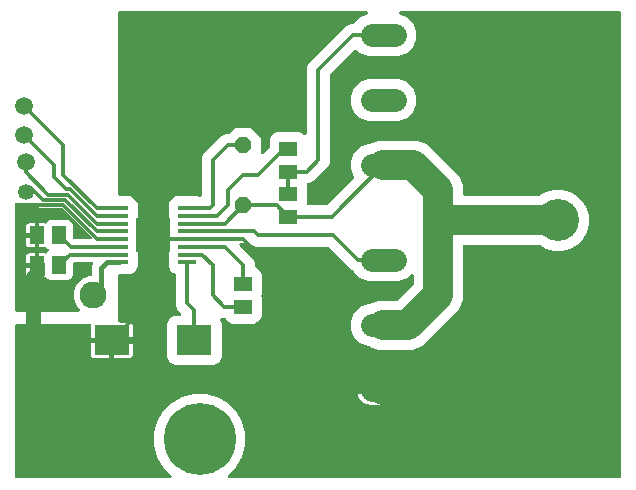
<source format=gbr>
G04 EAGLE Gerber RS-274X export*
G75*
%MOMM*%
%FSLAX34Y34*%
%LPD*%
%INTop Copper*%
%IPPOS*%
%AMOC8*
5,1,8,0,0,1.08239X$1,22.5*%
G01*
%ADD10R,3.000000X2.500000*%
%ADD11R,1.500000X1.300000*%
%ADD12P,1.429621X8X292.500000*%
%ADD13R,1.300000X1.500000*%
%ADD14R,1.488400X0.406800*%
%ADD15R,3.000000X3.000000*%
%ADD16C,1.950000*%
%ADD17C,0.304800*%
%ADD18C,1.270000*%
%ADD19C,0.609600*%
%ADD20C,2.540000*%
%ADD21C,6.096000*%
%ADD22C,0.406400*%
%ADD23C,2.286000*%
%ADD24C,3.556000*%
%ADD25C,1.350000*%
%ADD26C,1.500000*%

G36*
X141211Y10172D02*
X141211Y10172D01*
X141311Y10174D01*
X141383Y10192D01*
X141457Y10201D01*
X141552Y10234D01*
X141649Y10259D01*
X141715Y10293D01*
X141785Y10318D01*
X141870Y10373D01*
X141959Y10419D01*
X142016Y10467D01*
X142078Y10507D01*
X142148Y10579D01*
X142224Y10644D01*
X142268Y10704D01*
X142320Y10758D01*
X142372Y10844D01*
X142431Y10925D01*
X142461Y10993D01*
X142499Y11057D01*
X142530Y11153D01*
X142569Y11245D01*
X142583Y11318D01*
X142605Y11389D01*
X142613Y11489D01*
X142631Y11588D01*
X142627Y11662D01*
X142633Y11736D01*
X142618Y11836D01*
X142613Y11936D01*
X142593Y12007D01*
X142582Y12081D01*
X142544Y12174D01*
X142517Y12271D01*
X142480Y12336D01*
X142453Y12405D01*
X142396Y12487D01*
X142346Y12575D01*
X142281Y12651D01*
X142254Y12691D01*
X142227Y12715D01*
X142188Y12761D01*
X135475Y19474D01*
X130392Y28278D01*
X127761Y38097D01*
X127761Y48263D01*
X130392Y58082D01*
X135475Y66886D01*
X142664Y74075D01*
X151468Y79158D01*
X161287Y81789D01*
X171453Y81789D01*
X181272Y79158D01*
X190076Y74075D01*
X197265Y66886D01*
X202348Y58082D01*
X204979Y48263D01*
X204979Y38097D01*
X202348Y28278D01*
X197265Y19474D01*
X190552Y12761D01*
X190490Y12683D01*
X190420Y12610D01*
X190382Y12546D01*
X190335Y12488D01*
X190293Y12397D01*
X190241Y12311D01*
X190218Y12240D01*
X190187Y12173D01*
X190165Y12075D01*
X190135Y11979D01*
X190129Y11905D01*
X190113Y11832D01*
X190115Y11732D01*
X190107Y11632D01*
X190118Y11558D01*
X190119Y11484D01*
X190144Y11387D01*
X190158Y11287D01*
X190186Y11218D01*
X190204Y11146D01*
X190250Y11056D01*
X190287Y10963D01*
X190330Y10902D01*
X190364Y10836D01*
X190429Y10759D01*
X190486Y10677D01*
X190541Y10627D01*
X190590Y10571D01*
X190670Y10511D01*
X190745Y10444D01*
X190810Y10408D01*
X190870Y10363D01*
X190962Y10324D01*
X191050Y10275D01*
X191122Y10255D01*
X191190Y10225D01*
X191289Y10208D01*
X191385Y10180D01*
X191485Y10172D01*
X191533Y10164D01*
X191569Y10166D01*
X191629Y10161D01*
X521516Y10161D01*
X521542Y10164D01*
X521568Y10162D01*
X521715Y10184D01*
X521862Y10201D01*
X521887Y10209D01*
X521913Y10213D01*
X522051Y10268D01*
X522190Y10318D01*
X522212Y10332D01*
X522237Y10342D01*
X522358Y10427D01*
X522483Y10507D01*
X522501Y10526D01*
X522523Y10541D01*
X522622Y10651D01*
X522725Y10758D01*
X522739Y10780D01*
X522756Y10800D01*
X522828Y10930D01*
X522904Y11057D01*
X522912Y11082D01*
X522925Y11105D01*
X522965Y11248D01*
X523010Y11389D01*
X523012Y11415D01*
X523020Y11440D01*
X523039Y11684D01*
X523039Y404116D01*
X523036Y404142D01*
X523038Y404168D01*
X523016Y404315D01*
X522999Y404462D01*
X522991Y404487D01*
X522987Y404513D01*
X522932Y404650D01*
X522882Y404790D01*
X522868Y404812D01*
X522858Y404837D01*
X522773Y404958D01*
X522693Y405083D01*
X522674Y405101D01*
X522659Y405123D01*
X522549Y405222D01*
X522442Y405325D01*
X522420Y405339D01*
X522400Y405356D01*
X522270Y405428D01*
X522143Y405504D01*
X522118Y405512D01*
X522095Y405525D01*
X521952Y405565D01*
X521811Y405610D01*
X521785Y405612D01*
X521760Y405620D01*
X521516Y405639D01*
X336682Y405639D01*
X336632Y405634D01*
X336582Y405636D01*
X336460Y405614D01*
X336336Y405599D01*
X336289Y405582D01*
X336239Y405573D01*
X336125Y405524D01*
X336008Y405482D01*
X335966Y405455D01*
X335920Y405435D01*
X335820Y405360D01*
X335715Y405293D01*
X335680Y405257D01*
X335640Y405227D01*
X335560Y405132D01*
X335473Y405042D01*
X335447Y404999D01*
X335415Y404961D01*
X335358Y404850D01*
X335294Y404743D01*
X335279Y404695D01*
X335256Y404650D01*
X335226Y404530D01*
X335188Y404411D01*
X335184Y404361D01*
X335172Y404312D01*
X335170Y404188D01*
X335160Y404064D01*
X335168Y404014D01*
X335167Y403964D01*
X335193Y403842D01*
X335212Y403719D01*
X335230Y403672D01*
X335241Y403623D01*
X335295Y403511D01*
X335341Y403395D01*
X335369Y403354D01*
X335391Y403308D01*
X335468Y403211D01*
X335539Y403109D01*
X335577Y403075D01*
X335608Y403036D01*
X335706Y402959D01*
X335798Y402876D01*
X335842Y402851D01*
X335882Y402820D01*
X336100Y402709D01*
X341778Y400357D01*
X346807Y395328D01*
X349529Y388756D01*
X349529Y381644D01*
X346807Y375072D01*
X341778Y370043D01*
X335206Y367321D01*
X308594Y367321D01*
X302022Y370043D01*
X299485Y372580D01*
X299465Y372596D01*
X299448Y372616D01*
X299328Y372705D01*
X299212Y372797D01*
X299189Y372808D01*
X299168Y372824D01*
X299031Y372882D01*
X298897Y372946D01*
X298872Y372951D01*
X298848Y372962D01*
X298701Y372988D01*
X298557Y373019D01*
X298531Y373019D01*
X298505Y373023D01*
X298356Y373016D01*
X298208Y373013D01*
X298183Y373007D01*
X298157Y373005D01*
X298014Y372964D01*
X297870Y372928D01*
X297847Y372916D01*
X297822Y372909D01*
X297692Y372837D01*
X297560Y372769D01*
X297540Y372752D01*
X297517Y372739D01*
X297331Y372580D01*
X276799Y352048D01*
X276720Y351949D01*
X276636Y351855D01*
X276612Y351813D01*
X276582Y351775D01*
X276528Y351661D01*
X276467Y351550D01*
X276454Y351503D01*
X276433Y351460D01*
X276407Y351336D01*
X276372Y351215D01*
X276367Y351154D01*
X276360Y351119D01*
X276361Y351071D01*
X276353Y350971D01*
X276353Y277480D01*
X274883Y273932D01*
X262668Y261717D01*
X259120Y260247D01*
X258452Y260247D01*
X258426Y260244D01*
X258400Y260246D01*
X258253Y260224D01*
X258106Y260207D01*
X258081Y260199D01*
X258055Y260195D01*
X257917Y260140D01*
X257778Y260090D01*
X257756Y260076D01*
X257731Y260066D01*
X257610Y259981D01*
X257485Y259901D01*
X257467Y259882D01*
X257445Y259867D01*
X257346Y259757D01*
X257243Y259650D01*
X257229Y259628D01*
X257212Y259608D01*
X257140Y259478D01*
X257064Y259351D01*
X257056Y259326D01*
X257043Y259303D01*
X257003Y259160D01*
X256958Y259019D01*
X256956Y258993D01*
X256948Y258968D01*
X256929Y258724D01*
X256929Y242976D01*
X256932Y242950D01*
X256930Y242924D01*
X256952Y242777D01*
X256969Y242630D01*
X256977Y242605D01*
X256981Y242579D01*
X257036Y242441D01*
X257086Y242302D01*
X257100Y242280D01*
X257110Y242255D01*
X257195Y242134D01*
X257275Y242009D01*
X257294Y241991D01*
X257309Y241969D01*
X257419Y241870D01*
X257526Y241767D01*
X257548Y241753D01*
X257568Y241736D01*
X257698Y241664D01*
X257825Y241588D01*
X257850Y241580D01*
X257873Y241567D01*
X258016Y241527D01*
X258157Y241482D01*
X258183Y241480D01*
X258208Y241472D01*
X258452Y241453D01*
X273871Y241453D01*
X273996Y241467D01*
X274123Y241474D01*
X274169Y241487D01*
X274217Y241493D01*
X274336Y241535D01*
X274457Y241570D01*
X274500Y241594D01*
X274545Y241610D01*
X274651Y241679D01*
X274762Y241740D01*
X274808Y241780D01*
X274838Y241799D01*
X274871Y241834D01*
X274948Y241899D01*
X296604Y263555D01*
X296651Y263615D01*
X296706Y263668D01*
X296759Y263751D01*
X296821Y263828D01*
X296853Y263897D01*
X296894Y263961D01*
X296927Y264054D01*
X296969Y264143D01*
X296986Y264218D01*
X297011Y264290D01*
X297022Y264388D01*
X297043Y264484D01*
X297042Y264560D01*
X297050Y264636D01*
X297039Y264734D01*
X297037Y264832D01*
X297018Y264906D01*
X297009Y264982D01*
X296963Y265125D01*
X296952Y265170D01*
X296943Y265187D01*
X296934Y265215D01*
X294271Y271644D01*
X294271Y278756D01*
X296993Y285328D01*
X302022Y290357D01*
X308594Y293079D01*
X310332Y293079D01*
X310334Y293079D01*
X310336Y293079D01*
X310513Y293100D01*
X310678Y293119D01*
X310680Y293119D01*
X310682Y293120D01*
X310915Y293195D01*
X317757Y296029D01*
X351243Y296029D01*
X358899Y292858D01*
X385958Y265799D01*
X389129Y258143D01*
X389129Y250952D01*
X389132Y250926D01*
X389130Y250900D01*
X389152Y250753D01*
X389169Y250606D01*
X389177Y250581D01*
X389181Y250555D01*
X389236Y250417D01*
X389286Y250278D01*
X389300Y250256D01*
X389310Y250231D01*
X389395Y250110D01*
X389475Y249985D01*
X389494Y249967D01*
X389509Y249945D01*
X389619Y249846D01*
X389726Y249743D01*
X389748Y249729D01*
X389768Y249712D01*
X389898Y249640D01*
X390025Y249564D01*
X390050Y249556D01*
X390073Y249543D01*
X390216Y249503D01*
X390357Y249458D01*
X390383Y249456D01*
X390408Y249448D01*
X390652Y249429D01*
X453751Y249429D01*
X453852Y249440D01*
X453954Y249442D01*
X454025Y249460D01*
X454097Y249469D01*
X454193Y249503D01*
X454292Y249528D01*
X454380Y249570D01*
X454425Y249586D01*
X454456Y249606D01*
X454512Y249633D01*
X459900Y252743D01*
X466489Y254509D01*
X473311Y254509D01*
X479900Y252743D01*
X485808Y249332D01*
X490632Y244508D01*
X494043Y238600D01*
X495809Y232011D01*
X495809Y225189D01*
X494043Y218600D01*
X490632Y212692D01*
X485808Y207868D01*
X479900Y204457D01*
X473311Y202691D01*
X466489Y202691D01*
X459900Y204457D01*
X454512Y207567D01*
X454419Y207608D01*
X454330Y207657D01*
X454260Y207677D01*
X454193Y207706D01*
X454093Y207724D01*
X453995Y207752D01*
X453897Y207760D01*
X453850Y207768D01*
X453813Y207766D01*
X453751Y207771D01*
X390652Y207771D01*
X390626Y207768D01*
X390600Y207770D01*
X390453Y207748D01*
X390306Y207731D01*
X390281Y207723D01*
X390255Y207719D01*
X390117Y207664D01*
X389978Y207614D01*
X389956Y207600D01*
X389931Y207590D01*
X389810Y207505D01*
X389685Y207425D01*
X389667Y207406D01*
X389645Y207391D01*
X389546Y207281D01*
X389443Y207174D01*
X389429Y207152D01*
X389412Y207132D01*
X389340Y207002D01*
X389264Y206875D01*
X389256Y206850D01*
X389243Y206827D01*
X389203Y206684D01*
X389158Y206543D01*
X389156Y206517D01*
X389148Y206492D01*
X389129Y206248D01*
X389129Y160957D01*
X385958Y153301D01*
X354699Y122042D01*
X347043Y118871D01*
X317757Y118871D01*
X310915Y121705D01*
X310913Y121706D01*
X310911Y121707D01*
X310748Y121753D01*
X310580Y121801D01*
X310578Y121801D01*
X310576Y121802D01*
X310332Y121821D01*
X308594Y121821D01*
X302022Y124543D01*
X296993Y129572D01*
X294271Y136144D01*
X294271Y143256D01*
X296993Y149828D01*
X302022Y154857D01*
X308594Y157579D01*
X310332Y157579D01*
X310334Y157579D01*
X310336Y157579D01*
X310513Y157600D01*
X310678Y157619D01*
X310680Y157619D01*
X310682Y157620D01*
X310915Y157695D01*
X317757Y160529D01*
X333641Y160529D01*
X333767Y160543D01*
X333893Y160550D01*
X333940Y160563D01*
X333988Y160569D01*
X334107Y160611D01*
X334228Y160646D01*
X334270Y160670D01*
X334316Y160686D01*
X334422Y160755D01*
X334532Y160816D01*
X334579Y160856D01*
X334609Y160875D01*
X334642Y160910D01*
X334719Y160975D01*
X347025Y173281D01*
X347104Y173380D01*
X347188Y173474D01*
X347212Y173517D01*
X347242Y173554D01*
X347296Y173669D01*
X347357Y173779D01*
X347370Y173826D01*
X347391Y173870D01*
X347417Y173993D01*
X347452Y174115D01*
X347457Y174175D01*
X347464Y174210D01*
X347463Y174258D01*
X347471Y174359D01*
X347471Y181559D01*
X347460Y181659D01*
X347458Y181760D01*
X347440Y181832D01*
X347431Y181906D01*
X347398Y182000D01*
X347373Y182098D01*
X347339Y182164D01*
X347314Y182234D01*
X347259Y182318D01*
X347213Y182407D01*
X347165Y182464D01*
X347125Y182527D01*
X347053Y182596D01*
X346988Y182673D01*
X346928Y182717D01*
X346874Y182769D01*
X346788Y182820D01*
X346707Y182880D01*
X346639Y182909D01*
X346575Y182948D01*
X346479Y182978D01*
X346387Y183018D01*
X346314Y183031D01*
X346243Y183054D01*
X346143Y183062D01*
X346044Y183080D01*
X345970Y183076D01*
X345896Y183082D01*
X345796Y183067D01*
X345696Y183062D01*
X345625Y183041D01*
X345551Y183030D01*
X345458Y182993D01*
X345361Y182965D01*
X345296Y182929D01*
X345227Y182901D01*
X345145Y182844D01*
X345057Y182795D01*
X344981Y182730D01*
X344941Y182702D01*
X344917Y182676D01*
X344871Y182637D01*
X341778Y179543D01*
X335206Y176821D01*
X308594Y176821D01*
X302022Y179543D01*
X296993Y184572D01*
X296648Y185406D01*
X296586Y185517D01*
X296532Y185631D01*
X296502Y185668D01*
X296479Y185711D01*
X296394Y185804D01*
X296315Y185903D01*
X296277Y185933D01*
X296244Y185969D01*
X296140Y186041D01*
X296041Y186119D01*
X295987Y186147D01*
X295958Y186167D01*
X295913Y186185D01*
X295823Y186230D01*
X295132Y186517D01*
X275848Y205801D01*
X275749Y205880D01*
X275655Y205964D01*
X275613Y205988D01*
X275575Y206018D01*
X275461Y206072D01*
X275350Y206133D01*
X275303Y206146D01*
X275260Y206167D01*
X275136Y206193D01*
X275015Y206228D01*
X274954Y206233D01*
X274919Y206240D01*
X274871Y206239D01*
X274771Y206247D01*
X213980Y206247D01*
X210432Y207717D01*
X209098Y209051D01*
X208999Y209130D01*
X208905Y209214D01*
X208863Y209238D01*
X208825Y209268D01*
X208711Y209322D01*
X208600Y209383D01*
X208553Y209396D01*
X208510Y209417D01*
X208386Y209443D01*
X208265Y209478D01*
X208204Y209483D01*
X208169Y209490D01*
X208121Y209489D01*
X208021Y209497D01*
X201531Y209497D01*
X201431Y209486D01*
X201331Y209484D01*
X201259Y209466D01*
X201185Y209457D01*
X201091Y209424D01*
X200993Y209399D01*
X200927Y209365D01*
X200857Y209340D01*
X200773Y209285D01*
X200683Y209239D01*
X200627Y209191D01*
X200564Y209151D01*
X200494Y209079D01*
X200418Y209014D01*
X200374Y208954D01*
X200322Y208900D01*
X200270Y208814D01*
X200211Y208733D01*
X200181Y208665D01*
X200143Y208601D01*
X200112Y208505D01*
X200073Y208413D01*
X200060Y208340D01*
X200037Y208269D01*
X200029Y208169D01*
X200011Y208070D01*
X200015Y207996D01*
X200009Y207922D01*
X200024Y207822D01*
X200029Y207722D01*
X200050Y207651D01*
X200061Y207577D01*
X200098Y207484D01*
X200125Y207387D01*
X200162Y207322D01*
X200189Y207253D01*
X200247Y207171D01*
X200296Y207083D01*
X200361Y207007D01*
X200388Y206967D01*
X200415Y206943D01*
X200454Y206897D01*
X211383Y195968D01*
X212853Y192420D01*
X212853Y190025D01*
X212861Y189949D01*
X212860Y189872D01*
X212881Y189776D01*
X212893Y189678D01*
X212918Y189606D01*
X212935Y189532D01*
X212977Y189443D01*
X213010Y189350D01*
X213052Y189286D01*
X213084Y189217D01*
X213146Y189140D01*
X213199Y189057D01*
X213254Y189004D01*
X213302Y188945D01*
X213379Y188884D01*
X213450Y188815D01*
X213515Y188776D01*
X213575Y188729D01*
X213708Y188661D01*
X213749Y188636D01*
X213767Y188631D01*
X213793Y188617D01*
X215305Y187991D01*
X217591Y185705D01*
X218829Y182717D01*
X218829Y166483D01*
X218497Y165683D01*
X218463Y165561D01*
X218420Y165442D01*
X218415Y165394D01*
X218402Y165348D01*
X218395Y165222D01*
X218381Y165096D01*
X218387Y165048D01*
X218385Y165000D01*
X218407Y164875D01*
X218422Y164750D01*
X218441Y164692D01*
X218447Y164657D01*
X218466Y164613D01*
X218497Y164517D01*
X218829Y163717D01*
X218829Y147483D01*
X217591Y144495D01*
X215305Y142209D01*
X212317Y140971D01*
X194083Y140971D01*
X191095Y142209D01*
X188809Y144495D01*
X188597Y145007D01*
X188560Y145074D01*
X188532Y145145D01*
X188475Y145226D01*
X188428Y145312D01*
X188376Y145368D01*
X188333Y145431D01*
X188260Y145497D01*
X188193Y145570D01*
X188131Y145613D01*
X188074Y145664D01*
X187988Y145712D01*
X187907Y145768D01*
X187836Y145796D01*
X187769Y145833D01*
X187674Y145860D01*
X187583Y145896D01*
X187507Y145907D01*
X187433Y145928D01*
X187285Y145940D01*
X187238Y145947D01*
X187219Y145945D01*
X187190Y145947D01*
X185408Y145947D01*
X185259Y145930D01*
X185108Y145918D01*
X185085Y145910D01*
X185061Y145907D01*
X184920Y145857D01*
X184777Y145811D01*
X184756Y145798D01*
X184733Y145790D01*
X184607Y145708D01*
X184478Y145631D01*
X184461Y145614D01*
X184440Y145601D01*
X184336Y145493D01*
X184228Y145388D01*
X184215Y145368D01*
X184198Y145350D01*
X184121Y145221D01*
X184040Y145095D01*
X184032Y145072D01*
X184019Y145051D01*
X183974Y144908D01*
X183923Y144766D01*
X183921Y144742D01*
X183913Y144719D01*
X183901Y144570D01*
X183884Y144420D01*
X183887Y144396D01*
X183885Y144372D01*
X183908Y144223D01*
X183925Y144074D01*
X183934Y144046D01*
X183937Y144027D01*
X183954Y143983D01*
X184000Y143841D01*
X185129Y141117D01*
X185129Y112883D01*
X183891Y109895D01*
X181605Y107609D01*
X178617Y106371D01*
X145383Y106371D01*
X142395Y107609D01*
X140109Y109895D01*
X138871Y112883D01*
X138871Y141117D01*
X140109Y144105D01*
X142395Y146391D01*
X145383Y147629D01*
X149443Y147629D01*
X149543Y147640D01*
X149643Y147642D01*
X149715Y147660D01*
X149789Y147669D01*
X149883Y147702D01*
X149981Y147727D01*
X150047Y147761D01*
X150117Y147786D01*
X150201Y147841D01*
X150291Y147887D01*
X150347Y147935D01*
X150410Y147975D01*
X150480Y148047D01*
X150556Y148112D01*
X150600Y148172D01*
X150652Y148226D01*
X150704Y148312D01*
X150763Y148393D01*
X150793Y148461D01*
X150831Y148525D01*
X150862Y148621D01*
X150901Y148713D01*
X150914Y148786D01*
X150937Y148857D01*
X150945Y148957D01*
X150963Y149056D01*
X150959Y149130D01*
X150965Y149204D01*
X150950Y149304D01*
X150945Y149404D01*
X150924Y149475D01*
X150913Y149549D01*
X150876Y149642D01*
X150849Y149739D01*
X150812Y149804D01*
X150785Y149873D01*
X150727Y149955D01*
X150678Y150043D01*
X150613Y150119D01*
X150586Y150159D01*
X150559Y150183D01*
X150520Y150229D01*
X147521Y153228D01*
X146051Y156776D01*
X146051Y182215D01*
X146043Y182291D01*
X146044Y182368D01*
X146023Y182464D01*
X146011Y182562D01*
X145986Y182634D01*
X145969Y182708D01*
X145927Y182797D01*
X145894Y182890D01*
X145852Y182954D01*
X145820Y183023D01*
X145758Y183100D01*
X145705Y183183D01*
X145650Y183236D01*
X145602Y183295D01*
X145525Y183356D01*
X145454Y183425D01*
X145389Y183464D01*
X145329Y183511D01*
X145196Y183579D01*
X145155Y183604D01*
X145137Y183609D01*
X145111Y183623D01*
X143657Y184225D01*
X141371Y186511D01*
X140133Y189499D01*
X140133Y209801D01*
X141072Y212067D01*
X141107Y212189D01*
X141149Y212308D01*
X141154Y212356D01*
X141168Y212402D01*
X141174Y212528D01*
X141188Y212654D01*
X141182Y212702D01*
X141185Y212750D01*
X141162Y212875D01*
X141147Y213000D01*
X141128Y213058D01*
X141122Y213093D01*
X141103Y213137D01*
X141072Y213233D01*
X140133Y215499D01*
X140133Y242301D01*
X141371Y245289D01*
X143657Y247575D01*
X146645Y248813D01*
X164763Y248813D01*
X165714Y248419D01*
X165716Y248418D01*
X165718Y248417D01*
X165885Y248370D01*
X166049Y248323D01*
X166051Y248323D01*
X166053Y248322D01*
X166297Y248303D01*
X166624Y248303D01*
X166650Y248306D01*
X166676Y248304D01*
X166823Y248326D01*
X166970Y248343D01*
X166995Y248351D01*
X167021Y248355D01*
X167159Y248410D01*
X167298Y248460D01*
X167320Y248474D01*
X167345Y248484D01*
X167466Y248569D01*
X167591Y248649D01*
X167609Y248668D01*
X167631Y248683D01*
X167730Y248793D01*
X167833Y248900D01*
X167847Y248922D01*
X167864Y248942D01*
X167936Y249072D01*
X168012Y249199D01*
X168020Y249224D01*
X168033Y249247D01*
X168073Y249390D01*
X168118Y249531D01*
X168120Y249557D01*
X168128Y249582D01*
X168147Y249826D01*
X168147Y281320D01*
X169617Y284868D01*
X185032Y300283D01*
X188580Y301753D01*
X191387Y301753D01*
X191512Y301767D01*
X191638Y301774D01*
X191685Y301787D01*
X191733Y301793D01*
X191852Y301835D01*
X191973Y301870D01*
X192015Y301894D01*
X192061Y301910D01*
X192167Y301979D01*
X192277Y302040D01*
X192324Y302080D01*
X192354Y302099D01*
X192387Y302134D01*
X192464Y302199D01*
X197097Y306833D01*
X209303Y306833D01*
X217933Y298203D01*
X217933Y286061D01*
X217944Y285961D01*
X217946Y285861D01*
X217964Y285789D01*
X217973Y285715D01*
X218006Y285621D01*
X218031Y285523D01*
X218065Y285457D01*
X218090Y285387D01*
X218145Y285303D01*
X218191Y285213D01*
X218239Y285157D01*
X218279Y285094D01*
X218351Y285024D01*
X218416Y284948D01*
X218476Y284904D01*
X218530Y284852D01*
X218616Y284800D01*
X218697Y284741D01*
X218765Y284711D01*
X218829Y284673D01*
X218925Y284642D01*
X219017Y284603D01*
X219090Y284590D01*
X219161Y284567D01*
X219261Y284559D01*
X219360Y284541D01*
X219434Y284545D01*
X219508Y284539D01*
X219608Y284554D01*
X219708Y284559D01*
X219779Y284580D01*
X219853Y284591D01*
X219946Y284628D01*
X220043Y284655D01*
X220108Y284692D01*
X220177Y284719D01*
X220259Y284777D01*
X220347Y284826D01*
X220423Y284891D01*
X220463Y284918D01*
X220487Y284945D01*
X220533Y284984D01*
X225225Y289676D01*
X225304Y289775D01*
X225388Y289869D01*
X225412Y289911D01*
X225442Y289949D01*
X225496Y290063D01*
X225557Y290174D01*
X225570Y290221D01*
X225591Y290264D01*
X225617Y290388D01*
X225652Y290509D01*
X225657Y290570D01*
X225664Y290605D01*
X225663Y290653D01*
X225671Y290753D01*
X225671Y297017D01*
X226909Y300005D01*
X229195Y302291D01*
X232183Y303529D01*
X250417Y303529D01*
X253405Y302291D01*
X254447Y301249D01*
X254526Y301186D01*
X254598Y301117D01*
X254662Y301078D01*
X254720Y301032D01*
X254811Y300989D01*
X254897Y300938D01*
X254968Y300915D01*
X255035Y300883D01*
X255133Y300862D01*
X255229Y300832D01*
X255303Y300826D01*
X255376Y300810D01*
X255476Y300812D01*
X255576Y300804D01*
X255650Y300815D01*
X255724Y300816D01*
X255821Y300840D01*
X255921Y300855D01*
X255990Y300883D01*
X256062Y300901D01*
X256151Y300947D01*
X256245Y300984D01*
X256306Y301026D01*
X256372Y301061D01*
X256448Y301126D01*
X256531Y301183D01*
X256581Y301238D01*
X256637Y301286D01*
X256697Y301367D01*
X256764Y301442D01*
X256800Y301507D01*
X256845Y301567D01*
X256884Y301659D01*
X256933Y301747D01*
X256953Y301818D01*
X256983Y301887D01*
X257000Y301985D01*
X257028Y302082D01*
X257036Y302182D01*
X257044Y302230D01*
X257042Y302265D01*
X257047Y302326D01*
X257047Y357520D01*
X258517Y361068D01*
X290832Y393383D01*
X294380Y394853D01*
X295887Y394853D01*
X296013Y394867D01*
X296139Y394874D01*
X296186Y394887D01*
X296234Y394893D01*
X296353Y394935D01*
X296474Y394970D01*
X296516Y394994D01*
X296562Y395010D01*
X296668Y395079D01*
X296778Y395140D01*
X296825Y395180D01*
X296855Y395199D01*
X296888Y395234D01*
X296965Y395299D01*
X302022Y400357D01*
X307700Y402709D01*
X307744Y402733D01*
X307792Y402750D01*
X307896Y402818D01*
X308005Y402878D01*
X308042Y402912D01*
X308085Y402939D01*
X308171Y403029D01*
X308263Y403112D01*
X308292Y403154D01*
X308327Y403190D01*
X308391Y403297D01*
X308461Y403399D01*
X308480Y403446D01*
X308506Y403489D01*
X308544Y403607D01*
X308589Y403723D01*
X308597Y403773D01*
X308612Y403821D01*
X308622Y403945D01*
X308640Y404068D01*
X308636Y404118D01*
X308640Y404168D01*
X308621Y404291D01*
X308611Y404415D01*
X308596Y404463D01*
X308588Y404513D01*
X308542Y404628D01*
X308504Y404747D01*
X308478Y404790D01*
X308459Y404837D01*
X308389Y404939D01*
X308324Y405045D01*
X308289Y405082D01*
X308261Y405123D01*
X308168Y405206D01*
X308082Y405295D01*
X308039Y405323D01*
X308002Y405356D01*
X307893Y405416D01*
X307788Y405484D01*
X307741Y405501D01*
X307697Y405525D01*
X307577Y405559D01*
X307460Y405600D01*
X307410Y405606D01*
X307361Y405620D01*
X307118Y405639D01*
X99060Y405639D01*
X99034Y405636D01*
X99008Y405638D01*
X98861Y405616D01*
X98714Y405599D01*
X98689Y405591D01*
X98663Y405587D01*
X98525Y405532D01*
X98386Y405482D01*
X98364Y405468D01*
X98339Y405458D01*
X98218Y405373D01*
X98093Y405293D01*
X98075Y405274D01*
X98053Y405259D01*
X97954Y405149D01*
X97851Y405042D01*
X97837Y405020D01*
X97820Y405000D01*
X97748Y404870D01*
X97672Y404743D01*
X97664Y404718D01*
X97651Y404695D01*
X97611Y404552D01*
X97566Y404411D01*
X97564Y404385D01*
X97556Y404360D01*
X97537Y404116D01*
X97537Y250336D01*
X97540Y250310D01*
X97538Y250284D01*
X97560Y250137D01*
X97577Y249990D01*
X97585Y249965D01*
X97589Y249939D01*
X97644Y249801D01*
X97694Y249662D01*
X97708Y249640D01*
X97718Y249615D01*
X97803Y249494D01*
X97883Y249369D01*
X97902Y249351D01*
X97917Y249329D01*
X98027Y249230D01*
X98134Y249127D01*
X98156Y249113D01*
X98176Y249096D01*
X98306Y249024D01*
X98433Y248948D01*
X98458Y248940D01*
X98481Y248927D01*
X98624Y248887D01*
X98765Y248842D01*
X98791Y248840D01*
X98816Y248832D01*
X99060Y248813D01*
X107355Y248813D01*
X110343Y247575D01*
X112629Y245289D01*
X113867Y242301D01*
X113867Y215499D01*
X112928Y213233D01*
X112893Y213111D01*
X112851Y212992D01*
X112846Y212944D01*
X112832Y212898D01*
X112826Y212772D01*
X112812Y212646D01*
X112818Y212598D01*
X112815Y212550D01*
X112838Y212425D01*
X112853Y212300D01*
X112872Y212242D01*
X112878Y212207D01*
X112897Y212163D01*
X112928Y212067D01*
X113867Y209801D01*
X113867Y189499D01*
X112629Y186511D01*
X110343Y184225D01*
X107355Y182987D01*
X99060Y182987D01*
X99034Y182984D01*
X99008Y182986D01*
X98861Y182964D01*
X98714Y182947D01*
X98689Y182939D01*
X98663Y182935D01*
X98525Y182880D01*
X98386Y182830D01*
X98364Y182816D01*
X98339Y182806D01*
X98218Y182721D01*
X98093Y182641D01*
X98075Y182622D01*
X98053Y182607D01*
X97954Y182497D01*
X97851Y182390D01*
X97837Y182368D01*
X97820Y182348D01*
X97748Y182218D01*
X97672Y182091D01*
X97664Y182066D01*
X97651Y182043D01*
X97611Y181900D01*
X97566Y181759D01*
X97564Y181733D01*
X97556Y181708D01*
X97537Y181464D01*
X97537Y143564D01*
X97540Y143538D01*
X97538Y143512D01*
X97560Y143365D01*
X97577Y143218D01*
X97585Y143193D01*
X97589Y143167D01*
X97644Y143029D01*
X97694Y142890D01*
X97708Y142868D01*
X97718Y142843D01*
X97803Y142722D01*
X97883Y142597D01*
X97902Y142579D01*
X97917Y142557D01*
X98027Y142458D01*
X98134Y142355D01*
X98156Y142341D01*
X98176Y142324D01*
X98306Y142252D01*
X98433Y142176D01*
X98458Y142168D01*
X98481Y142155D01*
X98624Y142115D01*
X98765Y142070D01*
X98791Y142068D01*
X98816Y142060D01*
X99060Y142041D01*
X107335Y142041D01*
X107981Y141868D01*
X108560Y141533D01*
X109033Y141060D01*
X109368Y140481D01*
X109541Y139835D01*
X109541Y130047D01*
X99060Y130047D01*
X99034Y130044D01*
X99008Y130046D01*
X98861Y130024D01*
X98714Y130007D01*
X98689Y129998D01*
X98663Y129995D01*
X98525Y129940D01*
X98386Y129890D01*
X98364Y129876D01*
X98339Y129866D01*
X98218Y129781D01*
X98093Y129701D01*
X98075Y129682D01*
X98053Y129667D01*
X97954Y129557D01*
X97851Y129450D01*
X97837Y129428D01*
X97820Y129408D01*
X97748Y129278D01*
X97672Y129151D01*
X97664Y129126D01*
X97651Y129103D01*
X97631Y129031D01*
X93016Y129031D01*
X92958Y129023D01*
X92900Y129024D01*
X92818Y129003D01*
X92735Y128991D01*
X92681Y128967D01*
X92625Y128953D01*
X92552Y128910D01*
X92475Y128875D01*
X92431Y128837D01*
X92380Y128807D01*
X92323Y128746D01*
X92258Y128691D01*
X92226Y128643D01*
X92186Y128600D01*
X92147Y128525D01*
X92101Y128455D01*
X92083Y128399D01*
X92056Y128347D01*
X92045Y128279D01*
X92015Y128184D01*
X92012Y128084D01*
X92001Y128016D01*
X92001Y126999D01*
X91999Y126999D01*
X91999Y128016D01*
X91991Y128074D01*
X91992Y128132D01*
X91971Y128214D01*
X91959Y128297D01*
X91935Y128351D01*
X91921Y128407D01*
X91878Y128480D01*
X91843Y128557D01*
X91805Y128601D01*
X91775Y128652D01*
X91714Y128709D01*
X91659Y128774D01*
X91611Y128806D01*
X91568Y128846D01*
X91493Y128885D01*
X91423Y128931D01*
X91367Y128949D01*
X91315Y128976D01*
X91247Y128987D01*
X91152Y129017D01*
X91052Y129020D01*
X90984Y129031D01*
X74459Y129031D01*
X74459Y139700D01*
X74451Y139758D01*
X74453Y139816D01*
X74431Y139898D01*
X74419Y139982D01*
X74396Y140035D01*
X74381Y140091D01*
X74338Y140164D01*
X74303Y140241D01*
X74265Y140286D01*
X74236Y140336D01*
X74174Y140394D01*
X74120Y140458D01*
X74071Y140490D01*
X74028Y140530D01*
X73953Y140569D01*
X73883Y140616D01*
X73827Y140633D01*
X73775Y140660D01*
X73707Y140671D01*
X73612Y140701D01*
X73512Y140704D01*
X73444Y140715D01*
X11176Y140715D01*
X11118Y140707D01*
X11060Y140709D01*
X10978Y140687D01*
X10894Y140675D01*
X10841Y140651D01*
X10785Y140637D01*
X10712Y140594D01*
X10635Y140559D01*
X10590Y140521D01*
X10540Y140491D01*
X10482Y140430D01*
X10418Y140375D01*
X10386Y140327D01*
X10346Y140284D01*
X10307Y140209D01*
X10260Y140139D01*
X10243Y140083D01*
X10216Y140031D01*
X10205Y139963D01*
X10175Y139868D01*
X10172Y139768D01*
X10161Y139700D01*
X10161Y11176D01*
X10169Y11118D01*
X10167Y11060D01*
X10189Y10978D01*
X10201Y10894D01*
X10224Y10841D01*
X10239Y10785D01*
X10282Y10712D01*
X10317Y10635D01*
X10355Y10590D01*
X10384Y10540D01*
X10446Y10482D01*
X10500Y10418D01*
X10549Y10386D01*
X10592Y10346D01*
X10667Y10307D01*
X10737Y10260D01*
X10793Y10243D01*
X10845Y10216D01*
X10913Y10205D01*
X11008Y10175D01*
X11108Y10172D01*
X11176Y10161D01*
X141111Y10161D01*
X141211Y10172D01*
G37*
G36*
X64144Y151389D02*
X64144Y151389D01*
X64173Y151386D01*
X64284Y151409D01*
X64396Y151425D01*
X64423Y151437D01*
X64452Y151442D01*
X64552Y151495D01*
X64655Y151541D01*
X64678Y151560D01*
X64704Y151573D01*
X64786Y151651D01*
X64872Y151725D01*
X64889Y151749D01*
X64910Y151769D01*
X64967Y151867D01*
X65030Y151961D01*
X65039Y151989D01*
X65054Y152014D01*
X65082Y152124D01*
X65116Y152232D01*
X65117Y152262D01*
X65124Y152290D01*
X65120Y152403D01*
X65123Y152516D01*
X65116Y152545D01*
X65115Y152574D01*
X65080Y152682D01*
X65051Y152791D01*
X65036Y152817D01*
X65027Y152845D01*
X64982Y152908D01*
X64906Y153036D01*
X64860Y153079D01*
X64832Y153118D01*
X62203Y155747D01*
X59689Y161816D01*
X59689Y168384D01*
X62203Y174453D01*
X66847Y179097D01*
X72916Y181611D01*
X74422Y181611D01*
X74480Y181619D01*
X74538Y181617D01*
X74620Y181639D01*
X74704Y181651D01*
X74757Y181674D01*
X74813Y181689D01*
X74886Y181732D01*
X74963Y181767D01*
X75008Y181805D01*
X75058Y181834D01*
X75116Y181896D01*
X75180Y181950D01*
X75212Y181999D01*
X75252Y182042D01*
X75291Y182117D01*
X75338Y182187D01*
X75355Y182243D01*
X75382Y182295D01*
X75393Y182363D01*
X75423Y182458D01*
X75426Y182558D01*
X75437Y182626D01*
X75437Y189375D01*
X76376Y191641D01*
X76405Y191753D01*
X76439Y191862D01*
X76440Y191890D01*
X76447Y191917D01*
X76444Y192031D01*
X76447Y192146D01*
X76440Y192173D01*
X76439Y192201D01*
X76404Y192310D01*
X76375Y192421D01*
X76361Y192445D01*
X76352Y192472D01*
X76288Y192567D01*
X76230Y192666D01*
X76209Y192685D01*
X76194Y192708D01*
X76106Y192782D01*
X76022Y192860D01*
X75998Y192873D01*
X75976Y192891D01*
X75872Y192937D01*
X75769Y192990D01*
X75745Y192994D01*
X75717Y193006D01*
X75453Y193043D01*
X75438Y193045D01*
X60196Y193045D01*
X60138Y193037D01*
X60080Y193039D01*
X59998Y193017D01*
X59914Y193005D01*
X59861Y192982D01*
X59805Y192967D01*
X59732Y192924D01*
X59655Y192889D01*
X59610Y192851D01*
X59560Y192822D01*
X59502Y192760D01*
X59438Y192706D01*
X59406Y192657D01*
X59366Y192614D01*
X59327Y192539D01*
X59280Y192469D01*
X59263Y192413D01*
X59236Y192361D01*
X59225Y192293D01*
X59195Y192198D01*
X59192Y192098D01*
X59181Y192030D01*
X59181Y181989D01*
X58407Y180122D01*
X56978Y178693D01*
X55111Y177919D01*
X40089Y177919D01*
X38222Y178693D01*
X36654Y180261D01*
X36592Y180307D01*
X36536Y180362D01*
X36479Y180392D01*
X36427Y180431D01*
X36354Y180459D01*
X36286Y180496D01*
X36222Y180510D01*
X36161Y180533D01*
X36084Y180539D01*
X36008Y180555D01*
X35952Y180550D01*
X35878Y180556D01*
X35751Y180531D01*
X35674Y180523D01*
X35434Y180459D01*
X30631Y180459D01*
X30631Y189484D01*
X30623Y189542D01*
X30624Y189600D01*
X30603Y189682D01*
X30591Y189765D01*
X30567Y189819D01*
X30553Y189875D01*
X30510Y189948D01*
X30475Y190025D01*
X30437Y190069D01*
X30407Y190120D01*
X30346Y190177D01*
X30291Y190242D01*
X30243Y190274D01*
X30200Y190314D01*
X30125Y190353D01*
X30055Y190399D01*
X29999Y190417D01*
X29947Y190444D01*
X29879Y190455D01*
X29784Y190485D01*
X29684Y190488D01*
X29616Y190499D01*
X28599Y190499D01*
X28599Y190501D01*
X29616Y190501D01*
X29674Y190509D01*
X29732Y190508D01*
X29814Y190529D01*
X29897Y190541D01*
X29951Y190565D01*
X30007Y190579D01*
X30080Y190622D01*
X30157Y190657D01*
X30201Y190695D01*
X30252Y190725D01*
X30309Y190786D01*
X30374Y190841D01*
X30406Y190889D01*
X30446Y190932D01*
X30485Y191007D01*
X30531Y191077D01*
X30549Y191133D01*
X30576Y191185D01*
X30587Y191253D01*
X30617Y191348D01*
X30620Y191448D01*
X30631Y191516D01*
X30631Y200541D01*
X35434Y200541D01*
X35674Y200477D01*
X35751Y200467D01*
X35826Y200448D01*
X35891Y200450D01*
X35956Y200442D01*
X36033Y200455D01*
X36110Y200457D01*
X36172Y200477D01*
X36236Y200487D01*
X36307Y200521D01*
X36381Y200545D01*
X36426Y200577D01*
X36494Y200609D01*
X36591Y200694D01*
X36654Y200739D01*
X38269Y202354D01*
X38357Y202406D01*
X38378Y202428D01*
X38402Y202444D01*
X38475Y202531D01*
X38553Y202613D01*
X38566Y202639D01*
X38585Y202662D01*
X38631Y202765D01*
X38683Y202866D01*
X38689Y202894D01*
X38701Y202921D01*
X38716Y203034D01*
X38738Y203145D01*
X38736Y203174D01*
X38740Y203203D01*
X38723Y203315D01*
X38714Y203428D01*
X38703Y203455D01*
X38699Y203484D01*
X38652Y203587D01*
X38612Y203693D01*
X38594Y203717D01*
X38582Y203743D01*
X38509Y203829D01*
X38440Y203920D01*
X38417Y203938D01*
X38398Y203960D01*
X38331Y204001D01*
X38260Y204054D01*
X36654Y205661D01*
X36592Y205707D01*
X36536Y205762D01*
X36479Y205792D01*
X36427Y205831D01*
X36354Y205859D01*
X36286Y205896D01*
X36222Y205910D01*
X36161Y205933D01*
X36084Y205939D01*
X36008Y205955D01*
X35952Y205950D01*
X35878Y205956D01*
X35751Y205931D01*
X35674Y205923D01*
X35434Y205859D01*
X30631Y205859D01*
X30631Y214884D01*
X30623Y214942D01*
X30624Y215000D01*
X30603Y215082D01*
X30591Y215165D01*
X30567Y215219D01*
X30553Y215275D01*
X30510Y215348D01*
X30475Y215425D01*
X30437Y215469D01*
X30407Y215520D01*
X30346Y215577D01*
X30291Y215642D01*
X30243Y215674D01*
X30200Y215714D01*
X30125Y215753D01*
X30055Y215799D01*
X29999Y215817D01*
X29947Y215844D01*
X29879Y215855D01*
X29784Y215885D01*
X29684Y215888D01*
X29616Y215899D01*
X28599Y215899D01*
X28599Y215901D01*
X29616Y215901D01*
X29674Y215909D01*
X29732Y215908D01*
X29814Y215929D01*
X29897Y215941D01*
X29951Y215965D01*
X30007Y215979D01*
X30080Y216022D01*
X30157Y216057D01*
X30201Y216095D01*
X30252Y216125D01*
X30309Y216186D01*
X30374Y216241D01*
X30406Y216289D01*
X30446Y216332D01*
X30485Y216407D01*
X30531Y216477D01*
X30549Y216533D01*
X30576Y216585D01*
X30587Y216653D01*
X30617Y216748D01*
X30620Y216848D01*
X30631Y216916D01*
X30631Y225941D01*
X35434Y225941D01*
X35674Y225877D01*
X35751Y225867D01*
X35826Y225848D01*
X35891Y225850D01*
X35956Y225842D01*
X36033Y225855D01*
X36110Y225857D01*
X36172Y225877D01*
X36236Y225887D01*
X36307Y225921D01*
X36381Y225945D01*
X36426Y225977D01*
X36494Y226009D01*
X36591Y226094D01*
X36654Y226139D01*
X38222Y227707D01*
X40089Y228481D01*
X55111Y228481D01*
X56978Y227707D01*
X58407Y226278D01*
X59181Y224411D01*
X59181Y214080D01*
X59193Y213994D01*
X59196Y213906D01*
X59213Y213854D01*
X59221Y213799D01*
X59256Y213719D01*
X59283Y213636D01*
X59311Y213596D01*
X59337Y213539D01*
X59433Y213426D01*
X59478Y213362D01*
X59788Y213052D01*
X59858Y212999D01*
X59922Y212940D01*
X59971Y212914D01*
X60016Y212881D01*
X60097Y212850D01*
X60175Y212810D01*
X60223Y212802D01*
X60281Y212780D01*
X60429Y212768D01*
X60506Y212755D01*
X74020Y212755D01*
X74049Y212759D01*
X74078Y212756D01*
X74189Y212779D01*
X74301Y212795D01*
X74328Y212807D01*
X74357Y212812D01*
X74457Y212864D01*
X74560Y212911D01*
X74583Y212930D01*
X74609Y212943D01*
X74691Y213021D01*
X74777Y213094D01*
X74794Y213119D01*
X74815Y213139D01*
X74872Y213237D01*
X74935Y213331D01*
X74944Y213359D01*
X74959Y213384D01*
X74987Y213494D01*
X75021Y213602D01*
X75022Y213632D01*
X75029Y213660D01*
X75025Y213773D01*
X75028Y213886D01*
X75021Y213915D01*
X75020Y213944D01*
X74985Y214052D01*
X74956Y214161D01*
X74941Y214187D01*
X74932Y214215D01*
X74887Y214278D01*
X74811Y214406D01*
X74765Y214449D01*
X74737Y214488D01*
X50255Y238970D01*
X50186Y239022D01*
X50122Y239082D01*
X50072Y239108D01*
X50028Y239141D01*
X49946Y239172D01*
X49869Y239212D01*
X49821Y239220D01*
X49763Y239242D01*
X49615Y239254D01*
X49537Y239267D01*
X32214Y239267D01*
X29787Y240273D01*
X27786Y242273D01*
X27273Y242786D01*
X27226Y242821D01*
X27186Y242864D01*
X27113Y242906D01*
X27046Y242957D01*
X26991Y242978D01*
X26941Y243008D01*
X26859Y243028D01*
X26780Y243058D01*
X26722Y243063D01*
X26665Y243078D01*
X26581Y243075D01*
X26497Y243082D01*
X26440Y243070D01*
X26381Y243069D01*
X26301Y243043D01*
X26218Y243026D01*
X26166Y242999D01*
X26111Y242981D01*
X26055Y242941D01*
X25966Y242895D01*
X25894Y242826D01*
X25837Y242786D01*
X25752Y242700D01*
X21403Y240899D01*
X16697Y240899D01*
X12348Y242700D01*
X11894Y243155D01*
X11870Y243173D01*
X11851Y243195D01*
X11757Y243258D01*
X11667Y243326D01*
X11639Y243336D01*
X11615Y243353D01*
X11507Y243387D01*
X11401Y243427D01*
X11372Y243430D01*
X11344Y243438D01*
X11230Y243441D01*
X11118Y243451D01*
X11089Y243445D01*
X11060Y243446D01*
X10950Y243417D01*
X10839Y243395D01*
X10813Y243381D01*
X10785Y243374D01*
X10687Y243316D01*
X10587Y243264D01*
X10565Y243244D01*
X10540Y243229D01*
X10463Y243146D01*
X10381Y243068D01*
X10366Y243043D01*
X10346Y243021D01*
X10294Y242920D01*
X10237Y242823D01*
X10230Y242794D01*
X10216Y242768D01*
X10203Y242691D01*
X10167Y242547D01*
X10169Y242485D01*
X10161Y242437D01*
X10161Y152400D01*
X10169Y152342D01*
X10167Y152284D01*
X10189Y152202D01*
X10201Y152119D01*
X10224Y152065D01*
X10239Y152009D01*
X10282Y151936D01*
X10317Y151859D01*
X10355Y151814D01*
X10384Y151764D01*
X10446Y151706D01*
X10500Y151642D01*
X10549Y151610D01*
X10592Y151570D01*
X10667Y151531D01*
X10737Y151485D01*
X10793Y151467D01*
X10845Y151440D01*
X10913Y151429D01*
X11008Y151399D01*
X11108Y151396D01*
X11176Y151385D01*
X64115Y151385D01*
X64144Y151389D01*
G37*
%LPC*%
G36*
X308594Y312321D02*
X308594Y312321D01*
X302022Y315043D01*
X296993Y320072D01*
X294271Y326644D01*
X294271Y333756D01*
X296993Y340328D01*
X302022Y345357D01*
X308594Y348079D01*
X335206Y348079D01*
X341778Y345357D01*
X346807Y340328D01*
X349529Y333756D01*
X349529Y326644D01*
X346807Y320072D01*
X341778Y315043D01*
X335206Y312321D01*
X308594Y312321D01*
G37*
%LPD*%
%LPC*%
G36*
X76666Y111959D02*
X76666Y111959D01*
X76019Y112132D01*
X75440Y112467D01*
X74967Y112940D01*
X74632Y113519D01*
X74459Y114166D01*
X74459Y124969D01*
X89969Y124969D01*
X89969Y111959D01*
X76666Y111959D01*
G37*
%LPD*%
%LPC*%
G36*
X94031Y124969D02*
X94031Y124969D01*
X97633Y124969D01*
X97644Y124941D01*
X97694Y124802D01*
X97708Y124780D01*
X97718Y124755D01*
X97803Y124634D01*
X97883Y124509D01*
X97902Y124491D01*
X97917Y124469D01*
X98027Y124370D01*
X98134Y124267D01*
X98156Y124253D01*
X98176Y124236D01*
X98306Y124164D01*
X98433Y124088D01*
X98458Y124080D01*
X98481Y124067D01*
X98624Y124027D01*
X98765Y123982D01*
X98791Y123980D01*
X98816Y123972D01*
X99060Y123953D01*
X109541Y123953D01*
X109541Y114166D01*
X109368Y113519D01*
X109033Y112940D01*
X108560Y112467D01*
X107981Y112132D01*
X107904Y112112D01*
X107334Y111959D01*
X94031Y111959D01*
X94031Y124969D01*
G37*
%LPD*%
%LPC*%
G36*
X324947Y87747D02*
X324947Y87747D01*
X324947Y96991D01*
X332617Y96991D01*
X334528Y96688D01*
X336368Y96090D01*
X338092Y95212D01*
X339657Y94075D01*
X341025Y92707D01*
X342162Y91142D01*
X343040Y89418D01*
X343583Y87747D01*
X324947Y87747D01*
G37*
%LPD*%
%LPC*%
G36*
X300217Y87747D02*
X300217Y87747D01*
X300760Y89418D01*
X301638Y91142D01*
X302775Y92707D01*
X304143Y94075D01*
X305708Y95212D01*
X307432Y96090D01*
X309272Y96688D01*
X311183Y96991D01*
X318853Y96991D01*
X318853Y87747D01*
X300217Y87747D01*
G37*
%LPD*%
%LPC*%
G36*
X324947Y72409D02*
X324947Y72409D01*
X324947Y81653D01*
X343583Y81653D01*
X343040Y79982D01*
X342162Y78258D01*
X341025Y76693D01*
X339657Y75325D01*
X338092Y74188D01*
X336368Y73310D01*
X334528Y72712D01*
X332617Y72409D01*
X324947Y72409D01*
G37*
%LPD*%
%LPC*%
G36*
X311183Y72409D02*
X311183Y72409D01*
X309272Y72712D01*
X307432Y73310D01*
X305708Y74188D01*
X304143Y75325D01*
X302775Y76693D01*
X301638Y78258D01*
X300760Y79982D01*
X300217Y81653D01*
X318853Y81653D01*
X318853Y72409D01*
X311183Y72409D01*
G37*
%LPD*%
%LPC*%
G36*
X19559Y217931D02*
X19559Y217931D01*
X19559Y223734D01*
X19732Y224381D01*
X20067Y224960D01*
X20540Y225433D01*
X21119Y225768D01*
X21766Y225941D01*
X26569Y225941D01*
X26569Y217931D01*
X19559Y217931D01*
G37*
%LPD*%
%LPC*%
G36*
X19559Y192531D02*
X19559Y192531D01*
X19559Y198334D01*
X19732Y198981D01*
X20067Y199560D01*
X20540Y200033D01*
X21119Y200368D01*
X21766Y200541D01*
X26569Y200541D01*
X26569Y192531D01*
X19559Y192531D01*
G37*
%LPD*%
%LPC*%
G36*
X21766Y205859D02*
X21766Y205859D01*
X21119Y206032D01*
X20540Y206367D01*
X20067Y206840D01*
X19732Y207419D01*
X19559Y208066D01*
X19559Y213869D01*
X26569Y213869D01*
X26569Y205859D01*
X21766Y205859D01*
G37*
%LPD*%
%LPC*%
G36*
X21766Y180459D02*
X21766Y180459D01*
X21119Y180632D01*
X20540Y180967D01*
X20067Y181440D01*
X19732Y182019D01*
X19559Y182666D01*
X19559Y188469D01*
X26569Y188469D01*
X26569Y180459D01*
X21766Y180459D01*
G37*
%LPD*%
%LPC*%
G36*
X321899Y84699D02*
X321899Y84699D01*
X321899Y84701D01*
X321901Y84701D01*
X321901Y84699D01*
X321899Y84699D01*
G37*
%LPD*%
D10*
X162000Y127000D03*
X92000Y127000D03*
D11*
X203200Y174600D03*
X203200Y155600D03*
D12*
X203200Y292100D03*
X203200Y241300D03*
D13*
X47600Y190500D03*
X28600Y190500D03*
D11*
X241300Y288900D03*
X241300Y269900D03*
X241300Y231800D03*
X241300Y250800D03*
D13*
X28600Y215900D03*
X47600Y215900D03*
D14*
X155704Y193150D03*
X155704Y199650D03*
X155704Y206150D03*
X155704Y212650D03*
X155704Y219150D03*
X155704Y225650D03*
X155704Y232150D03*
X155704Y238650D03*
X98296Y238650D03*
X98296Y232150D03*
X98296Y225650D03*
X98296Y219150D03*
X98296Y212650D03*
X98296Y206150D03*
X98296Y199650D03*
X98296Y193150D03*
D15*
X127000Y215900D03*
D16*
X312150Y194700D02*
X331650Y194700D01*
X331650Y139700D02*
X312150Y139700D01*
X312150Y84700D02*
X331650Y84700D01*
X331650Y385200D02*
X312150Y385200D01*
X312150Y330200D02*
X331650Y330200D01*
X331650Y275200D02*
X312150Y275200D01*
D17*
X127000Y215900D02*
X127000Y162000D01*
X92000Y127000D01*
D18*
X321900Y84700D02*
X338700Y84700D01*
X355600Y101600D01*
X321900Y84700D02*
X309000Y84700D01*
X292100Y101600D01*
X300600Y106000D02*
X321900Y84700D01*
X300600Y106000D02*
X283800Y106000D01*
D19*
X228600Y203200D02*
X215900Y203200D01*
D17*
X203234Y212650D02*
X155704Y212650D01*
X212684Y203200D02*
X215900Y203200D01*
X212684Y203200D02*
X203234Y212650D01*
X155704Y212650D02*
X130250Y212650D01*
X127000Y215900D01*
D20*
X321900Y84700D02*
X364100Y84700D01*
X368300Y88900D01*
D21*
X245110Y41910D03*
D18*
X28600Y184200D02*
X28600Y190500D01*
X28600Y184200D02*
X25400Y181000D01*
X25400Y114300D01*
D17*
X79450Y212650D02*
X98296Y212650D01*
X50800Y241300D02*
X12700Y241300D01*
X50800Y241300D02*
X79450Y212650D01*
X162000Y152400D02*
X162000Y127000D01*
X155704Y158696D02*
X155704Y193150D01*
X155704Y158696D02*
X162000Y152400D01*
X187300Y155600D02*
X203200Y155600D01*
X187300Y155600D02*
X177800Y165100D01*
X177800Y190500D01*
X168650Y199650D01*
X155704Y199650D01*
X203200Y190500D02*
X203200Y174600D01*
X203200Y190500D02*
X187550Y206150D01*
X155704Y206150D01*
X215900Y215900D02*
X279400Y215900D01*
X300600Y194700D02*
X321900Y194700D01*
X300600Y194700D02*
X279400Y215900D01*
X215900Y215900D02*
X212650Y219150D01*
X155704Y219150D01*
D22*
X98296Y193150D02*
X87740Y193150D01*
X82550Y187960D01*
X82550Y171450D01*
D23*
X76200Y165100D03*
D22*
X82550Y171450D01*
D21*
X166370Y43180D03*
D17*
X187550Y225650D02*
X203200Y241300D01*
X187550Y225650D02*
X155704Y225650D01*
X231800Y241300D02*
X241300Y231800D01*
X231800Y241300D02*
X203200Y241300D01*
D18*
X368300Y241300D02*
X368300Y228600D01*
X368300Y165100D01*
D17*
X278500Y231800D02*
X241300Y231800D01*
X278500Y231800D02*
X321900Y275200D01*
D24*
X469900Y228600D03*
D20*
X368300Y241300D02*
X368300Y165100D01*
X342900Y139700D02*
X321900Y139700D01*
X342900Y139700D02*
X368300Y165100D01*
X368300Y228600D02*
X469900Y228600D01*
X347100Y275200D02*
X321900Y275200D01*
X347100Y275200D02*
X368300Y254000D01*
X368300Y241300D01*
D17*
X175150Y238650D02*
X155704Y238650D01*
X175150Y238650D02*
X177800Y241300D01*
X190500Y292100D02*
X203200Y292100D01*
X190500Y292100D02*
X177800Y279400D01*
X177800Y241300D01*
X181350Y232150D02*
X155704Y232150D01*
X238100Y288900D02*
X241300Y288900D01*
X190500Y241300D02*
X181350Y232150D01*
X190500Y241300D02*
X190500Y254000D01*
X203200Y266700D02*
X215900Y266700D01*
X238100Y288900D01*
X203200Y266700D02*
X190500Y254000D01*
X241300Y250800D02*
X241300Y269900D01*
X257200Y269900D01*
X266700Y279400D01*
X266700Y355600D01*
X296300Y385200D01*
X321900Y385200D01*
X98296Y199650D02*
X56750Y199650D01*
X47600Y190500D01*
X57350Y206150D02*
X98296Y206150D01*
X57350Y206150D02*
X47600Y215900D01*
X79416Y219150D02*
X98296Y219150D01*
X79416Y219150D02*
X52694Y245872D01*
X33528Y245872D02*
X25400Y254000D01*
X33528Y245872D02*
X52694Y245872D01*
X25400Y254000D02*
X20320Y254000D01*
X19050Y252730D01*
D25*
X19050Y252730D03*
D17*
X79382Y225650D02*
X98296Y225650D01*
X54588Y250444D02*
X38100Y250444D01*
X19022Y269522D01*
X54588Y250444D02*
X79382Y225650D01*
X19022Y269522D02*
X19022Y278130D01*
D26*
X19022Y278130D03*
D17*
X79347Y232150D02*
X98296Y232150D01*
X79347Y232150D02*
X56481Y255016D01*
X53340Y255016D01*
D26*
X17780Y300990D03*
D17*
X43180Y265176D02*
X53340Y255016D01*
X43180Y275590D02*
X17780Y300990D01*
X43180Y275590D02*
X43180Y265176D01*
X79313Y238650D02*
X98296Y238650D01*
D26*
X17780Y325120D03*
D17*
X50800Y292100D01*
X50800Y267163D01*
X79313Y238650D01*
M02*

</source>
